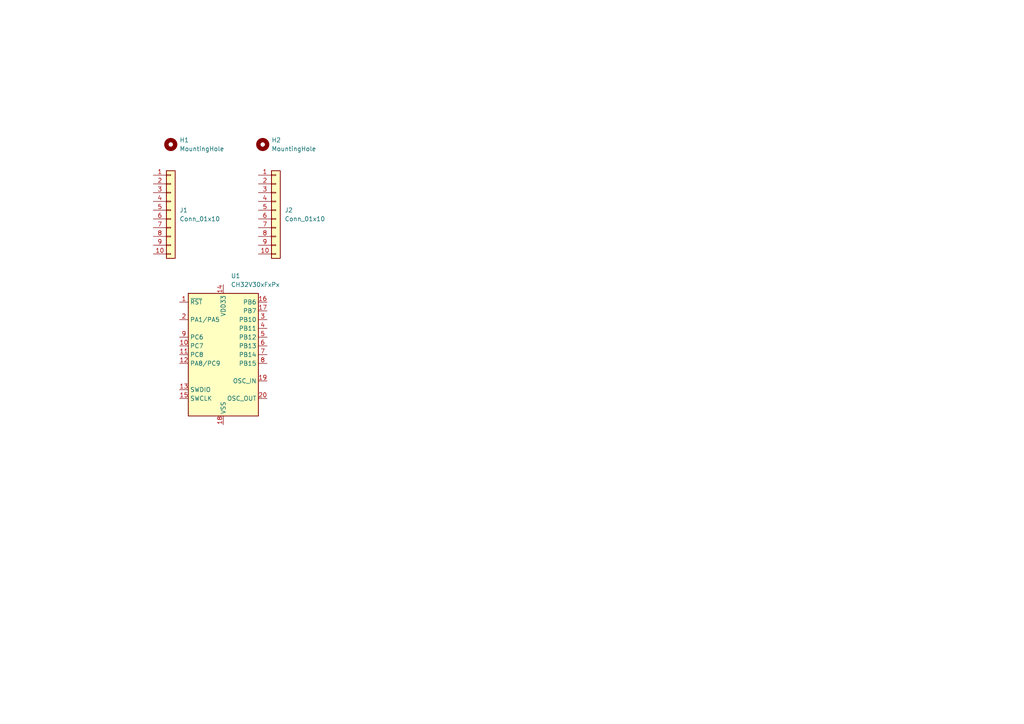
<source format=kicad_sch>
(kicad_sch (version 20231120) (generator "eeschema") (generator_version "8.0")
  (paper "A4")
  (lib_symbols
    (symbol "Connector_Generic:Conn_01x10" (pin_names (offset 1.016) hide)
      (property "Reference" "J" (at 0 12.7 0))
      (property "Value" "Conn_01x10" (at 0 -15.24 0))
      (symbol "Conn_01x10_1_1"
        (rectangle (start -1.27 -12.573) (end 0 -12.827) (stroke (width 0.1524)))
        (rectangle (start -1.27 -10.033) (end 0 -10.287) (stroke (width 0.1524)))
        (rectangle (start -1.27 -7.493) (end 0 -7.747) (stroke (width 0.1524)))
        (rectangle (start -1.27 -4.953) (end 0 -5.207) (stroke (width 0.1524)))
        (rectangle (start -1.27 -2.413) (end 0 -2.667) (stroke (width 0.1524)))
        (rectangle (start -1.27 0.127) (end 0 -0.127) (stroke (width 0.1524)))
        (rectangle (start -1.27 2.667) (end 0 2.413) (stroke (width 0.1524)))
        (rectangle (start -1.27 5.207) (end 0 4.953) (stroke (width 0.1524)))
        (rectangle (start -1.27 7.747) (end 0 7.493) (stroke (width 0.1524)))
        (rectangle (start -1.27 10.287) (end 0 10.033) (stroke (width 0.1524)))
        (rectangle (start -1.27 11.43) (end 1.27 -13.97) (stroke (width 0.254)) (fill (type background)))
        (pin passive line (at -5.08 10.16 0) (length 3.81) (name "Pin_1") (number "1"))
        (pin passive line (at -5.08 -12.7 0) (length 3.81) (name "Pin_10") (number "10"))
        (pin passive line (at -5.08 7.62 0) (length 3.81) (name "Pin_2") (number "2"))
        (pin passive line (at -5.08 5.08 0) (length 3.81) (name "Pin_3") (number "3"))
        (pin passive line (at -5.08 2.54 0) (length 3.81) (name "Pin_4") (number "4"))
        (pin passive line (at -5.08 0 0) (length 3.81) (name "Pin_5") (number "5"))
        (pin passive line (at -5.08 -2.54 0) (length 3.81) (name "Pin_6") (number "6"))
        (pin passive line (at -5.08 -5.08 0) (length 3.81) (name "Pin_7") (number "7"))
        (pin passive line (at -5.08 -7.62 0) (length 3.81) (name "Pin_8") (number "8"))
        (pin passive line (at -5.08 -10.16 0) (length 3.81) (name "Pin_9") (number "9"))
      )
    )
    (symbol "MCU_WCH_CH32V3:CH32V30xFxPx"
      (property "Reference" "U" (at -10.16 20.32 0))
      (property "Value" "CH32V30xFxPx" (at 2.54 20.32 0))
      (symbol "CH32V30xFxPx_1_1"
        (rectangle (start -10.16 17.78) (end 10.16 -17.78) (stroke (width 0.254)) (fill (type background)))
        (pin input line (at -12.7 15.24 0) (length 2.54) (name "~{RST}") (number "1"))
        (pin bidirectional line (at -12.7 2.54 0) (length 2.54) (name "PC7") (number "10"))
        (pin bidirectional line (at -12.7 0 0) (length 2.54) (name "PC8") (number "11"))
        (pin bidirectional line (at -12.7 -2.54 0) (length 2.54) (name "PA8/PC9") (number "12"))
        (pin bidirectional line (at -12.7 -10.16 0) (length 2.54) (name "SWDIO") (number "13"))
        (pin power_in line (at 0 20.32 270) (length 2.54) (name "VDD33") (number "14"))
        (pin bidirectional line (at -12.7 -12.7 0) (length 2.54) (name "SWCLK") (number "15"))
        (pin bidirectional line (at 12.7 15.24 180) (length 2.54) (name "PB6") (number "16"))
        (pin bidirectional line (at 12.7 12.7 180) (length 2.54) (name "PB7") (number "17"))
        (pin power_in line (at 0 -20.32 90) (length 2.54) (name "VSS") (number "18"))
        (pin bidirectional line (at 12.7 -7.62 180) (length 2.54) (name "OSC_IN") (number "19"))
        (pin bidirectional line (at -12.7 10.16 0) (length 2.54) (name "PA1/PA5") (number "2"))
        (pin bidirectional line (at 12.7 -12.7 180) (length 2.54) (name "OSC_OUT") (number "20"))
        (pin bidirectional line (at 12.7 10.16 180) (length 2.54) (name "PB10") (number "3"))
        (pin bidirectional line (at 12.7 7.62 180) (length 2.54) (name "PB11") (number "4"))
        (pin bidirectional line (at 12.7 5.08 180) (length 2.54) (name "PB12") (number "5"))
        (pin bidirectional line (at 12.7 2.54 180) (length 2.54) (name "PB13") (number "6"))
        (pin bidirectional line (at 12.7 0 180) (length 2.54) (name "PB14") (number "7"))
        (pin bidirectional line (at 12.7 -2.54 180) (length 2.54) (name "PB15") (number "8"))
        (pin bidirectional line (at -12.7 5.08 0) (length 2.54) (name "PC6") (number "9"))
      )
    )
    (symbol "Mechanical:MountingHole" (pin_names (offset 1.016)) (exclude_from_sim yes) (in_bom no)
      (property "Reference" "H" (at 0 5.08 0))
      (property "Value" "MountingHole" (at 0 3.175 0))
      (symbol "MountingHole_0_1"
        (circle (center 0 0) (radius 1.27) (stroke (width 1.27)))
      )
    )
  )
  (symbol (lib_id "Mechanical:MountingHole") (at 49.53 41.91 0) (unit 1) (exclude_from_sim yes) (in_bom no)
    (property "Reference" "H1" (at 52.07 40.6399 0) (effects (justify left)))
    (property "Value" "MountingHole" (at 52.07 43.1799 0) (effects (justify left)))
    (property "Footprint" "MountingHole:MountingHole_2.2mm_M2" (effects (hide yes)))
    (property "Description" "Mounting Hole without connection" (effects (hide yes)))
  )
  (symbol (lib_id "Connector_Generic:Conn_01x10") (at 49.53 60.96 0) (unit 1)
    (property "Reference" "J1" (at 52.07 60.9599 0) (effects (justify left)))
    (property "Value" "Conn_01x10" (at 52.07 63.4999 0) (effects (justify left)))
    (property "Footprint" "Connector_PinHeader_2.54mm:PinHeader_1x10_P2.54mm_Vertical" (effects (hide yes)))
    (property "Description" "Generic connector, single row, 01x10, script generated (kicad-library-utils/schlib/autogen/connector/)" (effects (hide yes)))
  )
  (symbol (lib_id "Mechanical:MountingHole") (at 76.2 41.91 0) (unit 1) (exclude_from_sim yes) (in_bom no)
    (property "Reference" "H2" (at 78.74 40.6399 0) (effects (justify left)))
    (property "Value" "MountingHole" (at 78.74 43.1799 0) (effects (justify left)))
    (property "Footprint" "MountingHole:MountingHole_2.2mm_M2" (effects (hide yes)))
    (property "Description" "Mounting Hole without connection" (effects (hide yes)))
  )
  (symbol (lib_id "Connector_Generic:Conn_01x10") (at 80.01 60.96 0) (unit 1)
    (property "Reference" "J2" (at 82.55 60.9599 0) (effects (justify left)))
    (property "Value" "Conn_01x10" (at 82.55 63.4999 0) (effects (justify left)))
    (property "Footprint" "Connector_PinHeader_2.54mm:PinHeader_1x10_P2.54mm_Vertical" (effects (hide yes)))
    (property "Description" "Generic connector, single row, 01x10, script generated (kicad-library-utils/schlib/autogen/connector/)" (effects (hide yes)))
  )
  (symbol (lib_id "MCU_WCH_CH32V3:CH32V30xFxPx") (at 64.77 102.87 0) (unit 1)
    (property "Reference" "U1" (at 66.9641 80.01 0) (effects (justify left)))
    (property "Value" "CH32V30xFxPx" (at 66.9641 82.55 0) (effects (justify left)))
    (property "Footprint" "Package_SO:TSSOP-20_4.4x6.5mm_P0.65mm" (effects (hide yes)))
    (property "Datasheet" "http://www.wch-ic.com/products/CH32V307.html?" (effects (hide yes)))
    (property "Description" "The CH32V303/5/7 is an connectivity MCUs based on 32-bit RISC-V core." (effects (hide yes)))
  )
)
</source>
